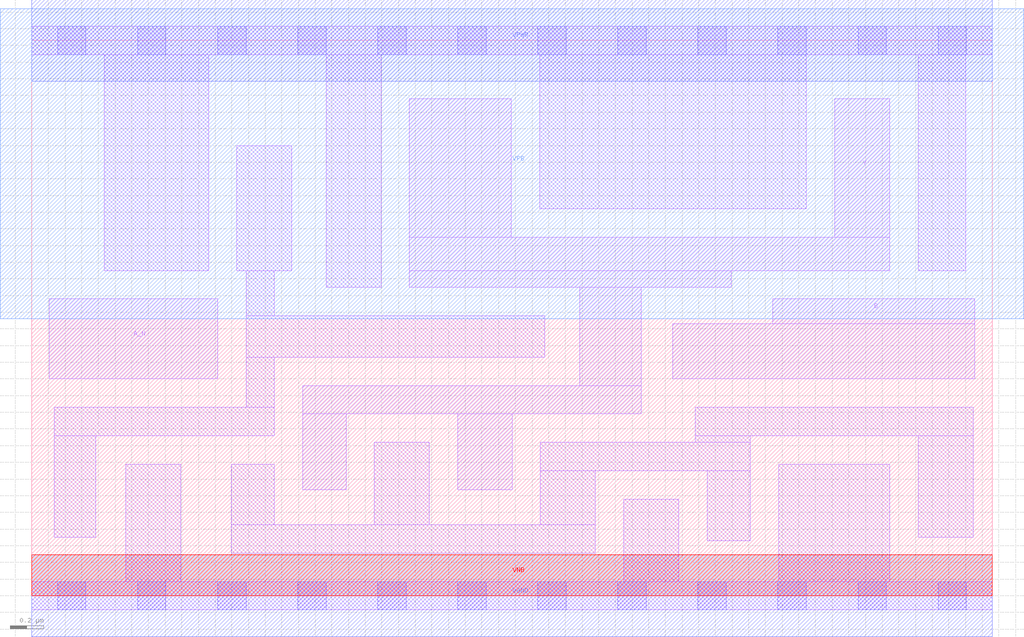
<source format=lef>
# Copyright 2020 The SkyWater PDK Authors
#
# Licensed under the Apache License, Version 2.0 (the "License");
# you may not use this file except in compliance with the License.
# You may obtain a copy of the License at
#
#     https://www.apache.org/licenses/LICENSE-2.0
#
# Unless required by applicable law or agreed to in writing, software
# distributed under the License is distributed on an "AS IS" BASIS,
# WITHOUT WARRANTIES OR CONDITIONS OF ANY KIND, either express or implied.
# See the License for the specific language governing permissions and
# limitations under the License.
#
# SPDX-License-Identifier: Apache-2.0

VERSION 5.7 ;
  NOWIREEXTENSIONATPIN ON ;
  DIVIDERCHAR "/" ;
  BUSBITCHARS "[]" ;
MACRO sky130_fd_sc_ls__nand2b_4
  CLASS CORE ;
  FOREIGN sky130_fd_sc_ls__nand2b_4 ;
  ORIGIN  0.000000  0.000000 ;
  SIZE  5.760000 BY  3.330000 ;
  SYMMETRY X Y ;
  SITE unit ;
  PIN A_N
    ANTENNAGATEAREA  0.363000 ;
    DIRECTION INPUT ;
    USE SIGNAL ;
    PORT
      LAYER li1 ;
        RECT 0.105000 1.300000 1.115000 1.780000 ;
    END
  END A_N
  PIN B
    ANTENNAGATEAREA  0.780000 ;
    DIRECTION INPUT ;
    USE SIGNAL ;
    PORT
      LAYER li1 ;
        RECT 3.845000 1.300000 5.655000 1.630000 ;
        RECT 4.445000 1.630000 5.655000 1.780000 ;
    END
  END B
  PIN Y
    ANTENNADIFFAREA  1.634300 ;
    DIRECTION OUTPUT ;
    USE SIGNAL ;
    PORT
      LAYER li1 ;
        RECT 1.625000 0.635000 1.885000 1.090000 ;
        RECT 1.625000 1.090000 3.655000 1.260000 ;
        RECT 2.265000 1.850000 4.195000 1.950000 ;
        RECT 2.265000 1.950000 5.145000 2.150000 ;
        RECT 2.265000 2.150000 2.875000 2.980000 ;
        RECT 2.555000 0.635000 2.880000 1.090000 ;
        RECT 3.285000 1.260000 3.655000 1.850000 ;
        RECT 4.815000 2.150000 5.145000 2.980000 ;
    END
  END Y
  PIN VGND
    DIRECTION INOUT ;
    SHAPE ABUTMENT ;
    USE GROUND ;
    PORT
      LAYER met1 ;
        RECT 0.000000 -0.245000 5.760000 0.245000 ;
    END
  END VGND
  PIN VNB
    DIRECTION INOUT ;
    USE GROUND ;
    PORT
      LAYER pwell ;
        RECT 0.000000 0.000000 5.760000 0.245000 ;
    END
  END VNB
  PIN VPB
    DIRECTION INOUT ;
    USE POWER ;
    PORT
      LAYER nwell ;
        RECT -0.190000 1.660000 5.950000 3.520000 ;
    END
  END VPB
  PIN VPWR
    DIRECTION INOUT ;
    SHAPE ABUTMENT ;
    USE POWER ;
    PORT
      LAYER met1 ;
        RECT 0.000000 3.085000 5.760000 3.575000 ;
    END
  END VPWR
  OBS
    LAYER li1 ;
      RECT 0.000000 -0.085000 5.760000 0.085000 ;
      RECT 0.000000  3.245000 5.760000 3.415000 ;
      RECT 0.135000  0.350000 0.385000 0.960000 ;
      RECT 0.135000  0.960000 1.455000 1.130000 ;
      RECT 0.435000  1.950000 1.060000 3.245000 ;
      RECT 0.565000  0.085000 0.895000 0.790000 ;
      RECT 1.195000  0.255000 3.380000 0.425000 ;
      RECT 1.195000  0.425000 1.455000 0.790000 ;
      RECT 1.230000  1.950000 1.560000 2.700000 ;
      RECT 1.285000  1.130000 1.455000 1.430000 ;
      RECT 1.285000  1.430000 3.075000 1.680000 ;
      RECT 1.285000  1.680000 1.455000 1.950000 ;
      RECT 1.765000  1.850000 2.095000 3.245000 ;
      RECT 2.055000  0.425000 2.385000 0.920000 ;
      RECT 3.045000  2.320000 4.645000 3.245000 ;
      RECT 3.050000  0.425000 3.380000 0.750000 ;
      RECT 3.050000  0.750000 4.310000 0.920000 ;
      RECT 3.550000  0.085000 3.880000 0.580000 ;
      RECT 3.980000  0.920000 4.310000 0.960000 ;
      RECT 3.980000  0.960000 5.645000 1.130000 ;
      RECT 4.050000  0.330000 4.310000 0.750000 ;
      RECT 4.480000  0.085000 5.145000 0.790000 ;
      RECT 5.315000  0.350000 5.645000 0.960000 ;
      RECT 5.315000  1.950000 5.600000 3.245000 ;
    LAYER mcon ;
      RECT 0.155000 -0.085000 0.325000 0.085000 ;
      RECT 0.155000  3.245000 0.325000 3.415000 ;
      RECT 0.635000 -0.085000 0.805000 0.085000 ;
      RECT 0.635000  3.245000 0.805000 3.415000 ;
      RECT 1.115000 -0.085000 1.285000 0.085000 ;
      RECT 1.115000  3.245000 1.285000 3.415000 ;
      RECT 1.595000 -0.085000 1.765000 0.085000 ;
      RECT 1.595000  3.245000 1.765000 3.415000 ;
      RECT 2.075000 -0.085000 2.245000 0.085000 ;
      RECT 2.075000  3.245000 2.245000 3.415000 ;
      RECT 2.555000 -0.085000 2.725000 0.085000 ;
      RECT 2.555000  3.245000 2.725000 3.415000 ;
      RECT 3.035000 -0.085000 3.205000 0.085000 ;
      RECT 3.035000  3.245000 3.205000 3.415000 ;
      RECT 3.515000 -0.085000 3.685000 0.085000 ;
      RECT 3.515000  3.245000 3.685000 3.415000 ;
      RECT 3.995000 -0.085000 4.165000 0.085000 ;
      RECT 3.995000  3.245000 4.165000 3.415000 ;
      RECT 4.475000 -0.085000 4.645000 0.085000 ;
      RECT 4.475000  3.245000 4.645000 3.415000 ;
      RECT 4.955000 -0.085000 5.125000 0.085000 ;
      RECT 4.955000  3.245000 5.125000 3.415000 ;
      RECT 5.435000 -0.085000 5.605000 0.085000 ;
      RECT 5.435000  3.245000 5.605000 3.415000 ;
  END
END sky130_fd_sc_ls__nand2b_4
END LIBRARY

</source>
